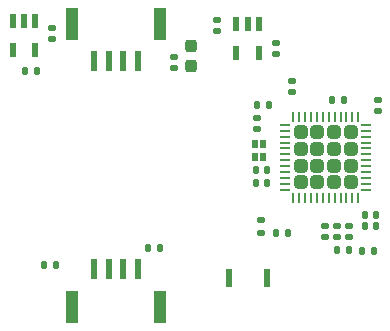
<source format=gbr>
%TF.GenerationSoftware,KiCad,Pcbnew,9.0.5*%
%TF.CreationDate,2025-10-14T06:31:36+02:00*%
%TF.ProjectId,PCB_Mouse,5043425f-4d6f-4757-9365-2e6b69636164,rev?*%
%TF.SameCoordinates,Original*%
%TF.FileFunction,Paste,Top*%
%TF.FilePolarity,Positive*%
%FSLAX46Y46*%
G04 Gerber Fmt 4.6, Leading zero omitted, Abs format (unit mm)*
G04 Created by KiCad (PCBNEW 9.0.5) date 2025-10-14 06:31:36*
%MOMM*%
%LPD*%
G01*
G04 APERTURE LIST*
G04 Aperture macros list*
%AMRoundRect*
0 Rectangle with rounded corners*
0 $1 Rounding radius*
0 $2 $3 $4 $5 $6 $7 $8 $9 X,Y pos of 4 corners*
0 Add a 4 corners polygon primitive as box body*
4,1,4,$2,$3,$4,$5,$6,$7,$8,$9,$2,$3,0*
0 Add four circle primitives for the rounded corners*
1,1,$1+$1,$2,$3*
1,1,$1+$1,$4,$5*
1,1,$1+$1,$6,$7*
1,1,$1+$1,$8,$9*
0 Add four rect primitives between the rounded corners*
20,1,$1+$1,$2,$3,$4,$5,0*
20,1,$1+$1,$4,$5,$6,$7,0*
20,1,$1+$1,$6,$7,$8,$9,0*
20,1,$1+$1,$8,$9,$2,$3,0*%
G04 Aperture macros list end*
%ADD10RoundRect,0.135000X-0.135000X-0.185000X0.135000X-0.185000X0.135000X0.185000X-0.135000X0.185000X0*%
%ADD11RoundRect,0.135000X0.135000X0.185000X-0.135000X0.185000X-0.135000X-0.185000X0.135000X-0.185000X0*%
%ADD12RoundRect,0.140000X-0.170000X0.140000X-0.170000X-0.140000X0.170000X-0.140000X0.170000X0.140000X0*%
%ADD13RoundRect,0.140000X0.170000X-0.140000X0.170000X0.140000X-0.170000X0.140000X-0.170000X-0.140000X0*%
%ADD14RoundRect,0.135000X0.185000X-0.135000X0.185000X0.135000X-0.185000X0.135000X-0.185000X-0.135000X0*%
%ADD15RoundRect,0.147500X-0.147500X-0.172500X0.147500X-0.172500X0.147500X0.172500X-0.147500X0.172500X0*%
%ADD16R,0.600000X1.150000*%
%ADD17R,0.550000X0.750000*%
%ADD18R,0.600000X1.700000*%
%ADD19R,1.000000X2.700000*%
%ADD20RoundRect,0.140000X-0.140000X-0.170000X0.140000X-0.170000X0.140000X0.170000X-0.140000X0.170000X0*%
%ADD21R,0.550000X1.500000*%
%ADD22RoundRect,0.140000X0.140000X0.170000X-0.140000X0.170000X-0.140000X-0.170000X0.140000X-0.170000X0*%
%ADD23RoundRect,0.250000X-0.315000X-0.315000X0.315000X-0.315000X0.315000X0.315000X-0.315000X0.315000X0*%
%ADD24RoundRect,0.062500X-0.375000X-0.062500X0.375000X-0.062500X0.375000X0.062500X-0.375000X0.062500X0*%
%ADD25RoundRect,0.062500X-0.062500X-0.375000X0.062500X-0.375000X0.062500X0.375000X-0.062500X0.375000X0*%
%ADD26RoundRect,0.237500X0.237500X-0.300000X0.237500X0.300000X-0.237500X0.300000X-0.237500X-0.300000X0*%
G04 APERTURE END LIST*
D10*
%TO.C,R4*%
X93890000Y-108400000D03*
X94910000Y-108400000D03*
%TD*%
D11*
%TO.C,R2*%
X114540000Y-105730000D03*
X113520000Y-105730000D03*
%TD*%
D12*
%TO.C,C3*%
X94610000Y-88340000D03*
X94610000Y-89300000D03*
%TD*%
D13*
%TO.C,C7*%
X118700000Y-106080000D03*
X118700000Y-105120000D03*
%TD*%
D14*
%TO.C,R5*%
X112280000Y-105680000D03*
X112280000Y-104660000D03*
%TD*%
D12*
%TO.C,C16*%
X122150000Y-94460000D03*
X122150000Y-95420000D03*
%TD*%
D11*
%TO.C,R1*%
X119320000Y-94500000D03*
X118300000Y-94500000D03*
%TD*%
D15*
%TO.C,D3*%
X120825000Y-107210000D03*
X121795000Y-107210000D03*
%TD*%
D16*
%TO.C,IC1*%
X112090000Y-88000000D03*
X111140000Y-88000000D03*
X110190000Y-88000000D03*
X110190000Y-90500000D03*
X112090000Y-90500000D03*
%TD*%
D13*
%TO.C,C4*%
X113530000Y-90600000D03*
X113530000Y-89640000D03*
%TD*%
%TO.C,C10*%
X117700000Y-106080000D03*
X117700000Y-105120000D03*
%TD*%
D17*
%TO.C,Y1*%
X111725000Y-98190000D03*
X111725000Y-99290000D03*
X112475000Y-99290000D03*
X112475000Y-98190000D03*
%TD*%
D18*
%TO.C,J2*%
X101875000Y-91200000D03*
X100625000Y-91200000D03*
X99375000Y-91200000D03*
X98125000Y-91200000D03*
D19*
X103725000Y-88000000D03*
X96275000Y-88000000D03*
%TD*%
D13*
%TO.C,C2*%
X104890000Y-91790000D03*
X104890000Y-90830000D03*
%TD*%
D12*
%TO.C,C17*%
X114860000Y-92810000D03*
X114860000Y-93770000D03*
%TD*%
D18*
%TO.C,J1*%
X98125000Y-108800000D03*
X99375000Y-108800000D03*
X100625000Y-108800000D03*
X101875000Y-108800000D03*
D19*
X96275000Y-112000000D03*
X103725000Y-112000000D03*
%TD*%
D20*
%TO.C,C6*%
X111820000Y-101500000D03*
X112780000Y-101500000D03*
%TD*%
D21*
%TO.C,SW1*%
X109555000Y-109570000D03*
X112805000Y-109570000D03*
%TD*%
D12*
%TO.C,C13*%
X111900000Y-95980000D03*
X111900000Y-96940000D03*
%TD*%
D10*
%TO.C,R20*%
X118740000Y-107180000D03*
X119760000Y-107180000D03*
%TD*%
D22*
%TO.C,C12*%
X112780000Y-100400000D03*
X111820000Y-100400000D03*
%TD*%
D13*
%TO.C,C8*%
X119700000Y-106080000D03*
X119700000Y-105120000D03*
%TD*%
D22*
%TO.C,C5*%
X93290000Y-91990000D03*
X92330000Y-91990000D03*
%TD*%
D20*
%TO.C,C11*%
X121060000Y-105160000D03*
X122020000Y-105160000D03*
%TD*%
D22*
%TO.C,C15*%
X122030000Y-104230000D03*
X121070000Y-104230000D03*
%TD*%
D20*
%TO.C,C9*%
X111950000Y-94910000D03*
X112910000Y-94910000D03*
%TD*%
D23*
%TO.C,U2*%
X115652500Y-97210000D03*
X115652500Y-98610000D03*
X115652500Y-100010000D03*
X115652500Y-101410000D03*
X117052500Y-97210000D03*
X117052500Y-98610000D03*
X117052500Y-100010000D03*
X117052500Y-101410000D03*
X118452500Y-97210000D03*
X118452500Y-98610000D03*
X118452500Y-100010000D03*
X118452500Y-101410000D03*
X119852500Y-97210000D03*
X119852500Y-98610000D03*
X119852500Y-100010000D03*
X119852500Y-101410000D03*
D24*
X114315000Y-96560000D03*
X114315000Y-97060000D03*
X114315000Y-97560000D03*
X114315000Y-98060000D03*
X114315000Y-98560000D03*
X114315000Y-99060000D03*
X114315000Y-99560000D03*
X114315000Y-100060000D03*
X114315000Y-100560000D03*
X114315000Y-101060000D03*
X114315000Y-101560000D03*
X114315000Y-102060000D03*
D25*
X115002500Y-102747500D03*
X115502500Y-102747500D03*
X116002500Y-102747500D03*
X116502500Y-102747500D03*
X117002500Y-102747500D03*
X117502500Y-102747500D03*
X118002500Y-102747500D03*
X118502500Y-102747500D03*
X119002500Y-102747500D03*
X119502500Y-102747500D03*
X120002500Y-102747500D03*
X120502500Y-102747500D03*
D24*
X121190000Y-102060000D03*
X121190000Y-101560000D03*
X121190000Y-101060000D03*
X121190000Y-100560000D03*
X121190000Y-100060000D03*
X121190000Y-99560000D03*
X121190000Y-99060000D03*
X121190000Y-98560000D03*
X121190000Y-98060000D03*
X121190000Y-97560000D03*
X121190000Y-97060000D03*
X121190000Y-96560000D03*
D25*
X120502500Y-95872500D03*
X120002500Y-95872500D03*
X119502500Y-95872500D03*
X119002500Y-95872500D03*
X118502500Y-95872500D03*
X118002500Y-95872500D03*
X117502500Y-95872500D03*
X117002500Y-95872500D03*
X116502500Y-95872500D03*
X116002500Y-95872500D03*
X115502500Y-95872500D03*
X115002500Y-95872500D03*
%TD*%
D16*
%TO.C,IC2*%
X93160000Y-87750000D03*
X92210000Y-87750000D03*
X91260000Y-87750000D03*
X91260000Y-90250000D03*
X93160000Y-90250000D03*
%TD*%
D10*
%TO.C,R3*%
X102730000Y-106950000D03*
X103750000Y-106950000D03*
%TD*%
D12*
%TO.C,C14*%
X108560000Y-87690000D03*
X108560000Y-88650000D03*
%TD*%
D26*
%TO.C,C1*%
X106340000Y-91612500D03*
X106340000Y-89887500D03*
%TD*%
M02*

</source>
